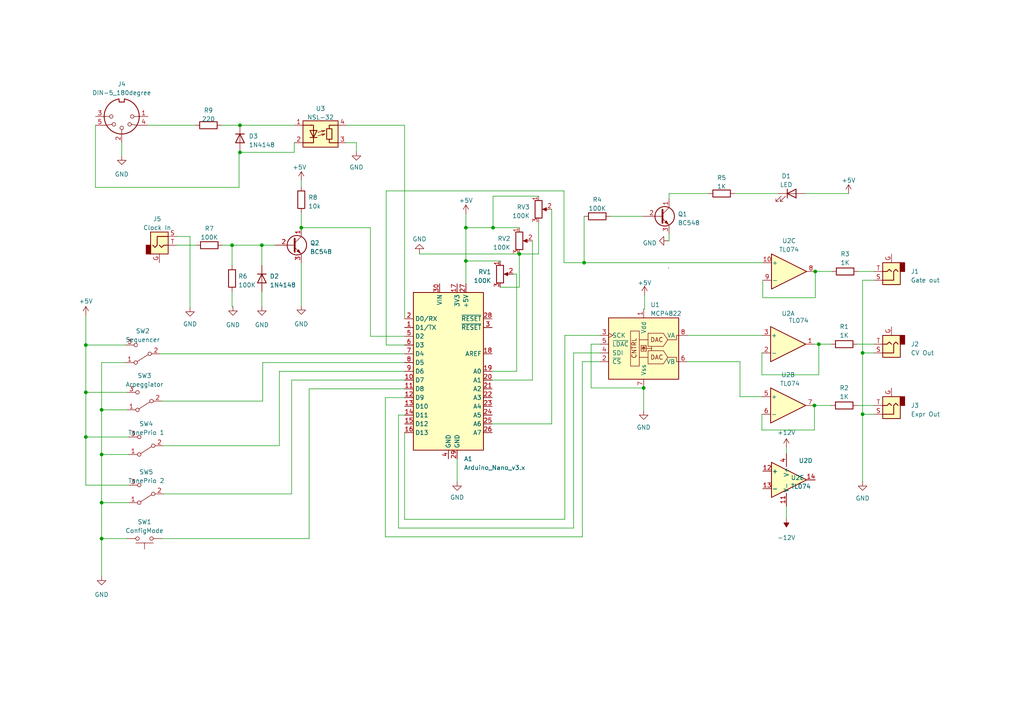
<source format=kicad_sch>
(kicad_sch (version 20230121) (generator eeschema)
  (paper "A4")
  (lib_symbols
    (symbol "Amplifier_Operational:TL074" (pin_names (offset 0.127))
      (property "Reference" "U" (at 0 5.08 0))
      (property "Value" "TL074" (at 0 -5.08 0))
      (symbol "TL074_1_1"
        (polyline (pts (xy -5.08 5.08) (xy 5.08 0) (xy -5.08 -5.08) (xy -5.08 5.08)) (stroke (width 0.254)) (fill (type background)))
        (pin output line (at 7.62 0 180) (length 2.54) (name "~") (number "1"))
        (pin input line (at -7.62 -2.54 0) (length 2.54) (name "-") (number "2"))
        (pin input line (at -7.62 2.54 0) (length 2.54) (name "+") (number "3"))
      )
      (symbol "TL074_2_1"
        (polyline (pts (xy -5.08 5.08) (xy 5.08 0) (xy -5.08 -5.08) (xy -5.08 5.08)) (stroke (width 0.254)) (fill (type background)))
        (pin input line (at -7.62 2.54 0) (length 2.54) (name "+") (number "5"))
        (pin input line (at -7.62 -2.54 0) (length 2.54) (name "-") (number "6"))
        (pin output line (at 7.62 0 180) (length 2.54) (name "~") (number "7"))
      )
      (symbol "TL074_3_1"
        (polyline (pts (xy -5.08 5.08) (xy 5.08 0) (xy -5.08 -5.08) (xy -5.08 5.08)) (stroke (width 0.254)) (fill (type background)))
        (pin input line (at -7.62 2.54 0) (length 2.54) (name "+") (number "10"))
        (pin output line (at 7.62 0 180) (length 2.54) (name "~") (number "8"))
        (pin input line (at -7.62 -2.54 0) (length 2.54) (name "-") (number "9"))
      )
      (symbol "TL074_4_1"
        (polyline (pts (xy -5.08 5.08) (xy 5.08 0) (xy -5.08 -5.08) (xy -5.08 5.08)) (stroke (width 0.254)) (fill (type background)))
        (pin input line (at -7.62 2.54 0) (length 2.54) (name "+") (number "12"))
        (pin input line (at -7.62 -2.54 0) (length 2.54) (name "-") (number "13"))
        (pin output line (at 7.62 0 180) (length 2.54) (name "~") (number "14"))
      )
      (symbol "TL074_5_1"
        (pin power_in line (at -2.54 -7.62 90) (length 3.81) (name "V-") (number "11"))
        (pin power_in line (at -2.54 7.62 270) (length 3.81) (name "V+") (number "4"))
      )
    )
    (symbol "Analog_DAC:MCP4822" (pin_names (offset 1.016))
      (property "Reference" "U" (at -2.54 10.795 0))
      (property "Value" "MCP4822" (at -2.54 8.89 0))
      (symbol "MCP4822_0_0"
        (polyline (pts (xy 0 -1.778) (xy 0 -0.635)))
        (polyline (pts (xy 0.381 -0.889) (xy 0.508 -0.762)))
        (polyline (pts (xy 2.286 -1.143) (xy 2.286 -1.905)))
        (polyline (pts (xy 0.381 -0.889) (xy -0.381 -0.889) (xy -0.508 -1.016)))
        (polyline (pts (xy 0.762 -1.27) (xy 2.286 -1.27) (xy 2.286 -0.762)))
        (polyline (pts (xy 0 -0.889) (xy 0.508 -1.397) (xy -0.508 -1.397) (xy 0 -0.889)))
        (polyline (pts (xy 6.985 -3.81) (xy 9.525 -3.81) (xy 9.525 -5.08) (xy 10.16 -5.08)))
        (polyline (pts (xy 6.985 1.27) (xy 9.525 1.27) (xy 9.525 2.54) (xy 10.16 2.54)))
        (rectangle (start 0.762 -0.381) (end -0.762 -2.032))
        (text "CNTRL" (at -2.032 -4.191 900) (effects (font (size 1.27 1.27)) (justify left bottom)))
        (text "DAC" (at 3.81 -3.81 0) (effects (font (size 1.27 1.27))))
        (text "DAC" (at 3.81 1.27 0) (effects (font (size 1.27 1.27))))
      )
      (symbol "MCP4822_0_1"
        (rectangle (start -10.16 7.62) (end 10.16 -10.16) (stroke (width 0.254)) (fill (type background)))
        (rectangle (start -1.27 -6.35) (end -3.81 3.81))
        (polyline (pts (xy 1.27 -3.81) (xy -1.27 -3.81)))
        (polyline (pts (xy 1.27 1.27) (xy -1.27 1.27)))
        (polyline (pts (xy 6.985 -3.81) (xy 5.715 -1.905) (xy 1.27 -1.905) (xy 1.27 -5.715) (xy 5.715 -5.715) (xy 6.985 -3.81)))
        (polyline (pts (xy 6.985 1.27) (xy 5.715 3.175) (xy 1.27 3.175) (xy 1.27 -0.635) (xy 5.715 -0.635) (xy 6.985 1.27)))
      )
      (symbol "MCP4822_1_1"
        (pin power_in line (at 0 10.16 270) (length 2.54) (name "Vdd") (number "1"))
        (pin input line (at -12.7 -5.08 0) (length 2.54) (name "~{CS}") (number "2"))
        (pin input clock (at -12.7 2.54 0) (length 2.54) (name "SCK") (number "3"))
        (pin input line (at -12.7 -2.54 0) (length 2.54) (name "SDI") (number "4"))
        (pin input line (at -12.7 0 0) (length 2.54) (name "~{LDAC}") (number "5"))
        (pin output line (at 12.7 -5.08 180) (length 2.54) (name "VB") (number "6"))
        (pin power_in line (at 0 -12.7 90) (length 2.54) (name "Vss") (number "7"))
        (pin output line (at 12.7 2.54 180) (length 2.54) (name "VA") (number "8"))
      )
    )
    (symbol "Connector:DIN-5_180degree" (pin_names (offset 1.016))
      (property "Reference" "J" (at 3.175 5.715 0))
      (property "Value" "DIN-5_180degree" (at 0 -6.35 0))
      (symbol "DIN-5_180degree_0_1"
        (arc (start -5.08 0) (mid -3.8609 -3.3364) (end -0.762 -5.08) (stroke (width 0.254)))
        (circle (center -3.048 0) (radius 0.508))
        (circle (center -2.286 2.286) (radius 0.508))
        (polyline (pts (xy -5.08 0) (xy -3.556 0)))
        (polyline (pts (xy 0 5.08) (xy 0 3.81)))
        (polyline (pts (xy 5.08 0) (xy 3.556 0)))
        (polyline (pts (xy -5.08 2.54) (xy -4.318 2.54) (xy -2.794 2.286)))
        (polyline (pts (xy 5.08 2.54) (xy 4.318 2.54) (xy 2.794 2.286)))
        (polyline (pts (xy -0.762 -4.953) (xy -0.762 -4.191) (xy 0.762 -4.191) (xy 0.762 -4.953)) (stroke (width 0.254)))
        (circle (center 0 3.302) (radius 0.508))
        (arc (start 0.762 -5.08) (mid 3.8685 -3.343) (end 5.08 0) (stroke (width 0.254)))
        (circle (center 2.286 2.286) (radius 0.508))
        (circle (center 3.048 0) (radius 0.508))
        (arc (start 5.08 0) (mid 0 5.0579) (end -5.08 0) (stroke (width 0.254)))
      )
      (symbol "DIN-5_180degree_1_1"
        (pin passive line (at -7.62 0 0) (length 2.54) (name "~") (number "1"))
        (pin passive line (at 0 7.62 270) (length 2.54) (name "~") (number "2"))
        (pin passive line (at 7.62 0 180) (length 2.54) (name "~") (number "3"))
        (pin passive line (at -7.62 2.54 0) (length 2.54) (name "~") (number "4"))
        (pin passive line (at 7.62 2.54 180) (length 2.54) (name "~") (number "5"))
      )
    )
    (symbol "Connector_Audio:AudioJack2_Ground"
      (property "Reference" "J" (at 0 8.89 0))
      (property "Value" "AudioJack2_Ground" (at 0 6.35 0))
      (symbol "AudioJack2_Ground_0_1"
        (rectangle (start -2.54 -2.54) (end -3.81 0) (stroke (width 0.254)) (fill (type outline)))
        (polyline (pts (xy 0 0) (xy 0.635 -0.635) (xy 1.27 0) (xy 2.54 0)) (stroke (width 0.254)))
        (polyline (pts (xy 2.54 2.54) (xy -0.635 2.54) (xy -0.635 0) (xy -1.27 -0.635) (xy -1.905 0)) (stroke (width 0.254)))
        (rectangle (start 2.54 3.81) (end -2.54 -2.54) (stroke (width 0.254)) (fill (type background)))
      )
      (symbol "AudioJack2_Ground_1_1"
        (pin passive line (at 0 -5.08 90) (length 2.54) (name "~") (number "G"))
        (pin passive line (at 5.08 2.54 180) (length 2.54) (name "~") (number "S"))
        (pin passive line (at 5.08 0 180) (length 2.54) (name "~") (number "T"))
      )
    )
    (symbol "Device:LED" (pin_numbers hide) (pin_names (offset 1.016) hide)
      (property "Reference" "D" (at 0 2.54 0))
      (property "Value" "LED" (at 0 -2.54 0))
      (symbol "LED_0_1"
        (polyline (pts (xy -1.27 -1.27) (xy -1.27 1.27)) (stroke (width 0.254)))
        (polyline (pts (xy -1.27 0) (xy 1.27 0)))
        (polyline (pts (xy 1.27 -1.27) (xy 1.27 1.27) (xy -1.27 0) (xy 1.27 -1.27)) (stroke (width 0.254)))
        (polyline (pts (xy -3.048 -0.762) (xy -4.572 -2.286) (xy -3.81 -2.286) (xy -4.572 -2.286) (xy -4.572 -1.524)))
        (polyline (pts (xy -1.778 -0.762) (xy -3.302 -2.286) (xy -2.54 -2.286) (xy -3.302 -2.286) (xy -3.302 -1.524)))
      )
      (symbol "LED_1_1"
        (pin passive line (at -3.81 0 0) (length 2.54) (name "K") (number "1"))
        (pin passive line (at 3.81 0 180) (length 2.54) (name "A") (number "2"))
      )
    )
    (symbol "Device:R" (pin_numbers hide) (pin_names (offset 0))
      (property "Reference" "R" (at 2.032 0 90))
      (property "Value" "R" (at 0 0 90))
      (symbol "R_0_1"
        (rectangle (start -1.016 -2.54) (end 1.016 2.54) (stroke (width 0.254)))
      )
      (symbol "R_1_1"
        (pin passive line (at 0 3.81 270) (length 1.27) (name "~") (number "1"))
        (pin passive line (at 0 -3.81 90) (length 1.27) (name "~") (number "2"))
      )
    )
    (symbol "Device:R_Potentiometer" (pin_names (offset 1.016) hide)
      (property "Reference" "RV" (at -4.445 0 90))
      (property "Value" "R_Potentiometer" (at -2.54 0 90))
      (symbol "R_Potentiometer_0_1"
        (polyline (pts (xy 2.54 0) (xy 1.524 0)))
        (polyline (pts (xy 1.143 0) (xy 2.286 0.508) (xy 2.286 -0.508) (xy 1.143 0)) (fill (type outline)))
        (rectangle (start 1.016 2.54) (end -1.016 -2.54) (stroke (width 0.254)))
      )
      (symbol "R_Potentiometer_1_1"
        (pin passive line (at 0 3.81 270) (length 1.27) (name "1") (number "1"))
        (pin passive line (at 3.81 0 180) (length 1.27) (name "2") (number "2"))
        (pin passive line (at 0 -3.81 90) (length 1.27) (name "3") (number "3"))
      )
    )
    (symbol "Diode:1N4148" (pin_numbers hide) (pin_names hide)
      (property "Reference" "D" (at 0 2.54 0))
      (property "Value" "1N4148" (at 0 -2.54 0))
      (symbol "1N4148_0_1"
        (polyline (pts (xy -1.27 1.27) (xy -1.27 -1.27)) (stroke (width 0.254)))
        (polyline (pts (xy 1.27 0) (xy -1.27 0)))
        (polyline (pts (xy 1.27 1.27) (xy 1.27 -1.27) (xy -1.27 0) (xy 1.27 1.27)) (stroke (width 0.254)))
      )
      (symbol "1N4148_1_1"
        (pin passive line (at -3.81 0 0) (length 2.54) (name "K") (number "1"))
        (pin passive line (at 3.81 0 180) (length 2.54) (name "A") (number "2"))
      )
    )
    (symbol "Isolator:NSL-32" (pin_names (offset 0.762) hide)
      (property "Reference" "U" (at 0 5.08 0))
      (property "Value" "NSL-32" (at 0 -5.08 0))
      (symbol "NSL-32_0_1"
        (rectangle (start -5.08 3.81) (end 5.08 -3.81) (stroke (width 0.254)) (fill (type background)))
        (polyline (pts (xy -5.08 2.54) (xy -2.54 2.54)) (stroke (width 0.254)))
        (polyline (pts (xy -2.794 -2.54) (xy -5.08 -2.54)) (stroke (width 0.254)))
        (polyline (pts (xy -1.016 -1.016) (xy -3.048 -1.016) (xy -3.048 -1.016)) (stroke (width 0.254)))
        (polyline (pts (xy -0.762 -0.508) (xy 1.27 0) (xy 1.27 0)))
        (polyline (pts (xy -0.762 0.508) (xy 1.27 1.016) (xy 1.27 1.016)))
        (polyline (pts (xy 2.54 -1.524) (xy 2.54 -2.54) (xy 5.08 -2.54)) (stroke (width 0.254)))
        (polyline (pts (xy 2.54 1.524) (xy 2.54 2.54) (xy 5.08 2.54)) (stroke (width 0.254)))
        (polyline (pts (xy -2.794 -2.54) (xy -2.032 -2.54) (xy -2.032 2.54) (xy -2.794 2.54)) (stroke (width 0.254)))
        (polyline (pts (xy 0.254 0) (xy 1.27 0) (xy 0.508 -0.508) (xy 0.508 -0.508)))
        (polyline (pts (xy 0.254 1.016) (xy 1.27 1.016) (xy 0.508 0.508) (xy 0.508 0.508)))
        (polyline (pts (xy -1.016 1.016) (xy -3.048 1.016) (xy -2.032 -1.016) (xy -1.016 1.016) (xy -1.016 1.016) (xy -1.016 1.016)) (stroke (width 0.254)))
        (rectangle (start 1.778 1.524) (end 3.302 -1.524) (stroke (width 0.254)))
      )
      (symbol "NSL-32_1_1"
        (pin passive line (at -7.62 2.54 0) (length 2.54) (name "A") (number "1"))
        (pin passive line (at -7.62 -2.54 0) (length 2.54) (name "K") (number "2"))
        (pin passive line (at 7.62 -2.54 180) (length 2.54) (name "R") (number "3"))
        (pin passive line (at 7.62 2.54 180) (length 2.54) (name "R") (number "4"))
      )
    )
    (symbol "MCU_Module:Arduino_Nano_v3.x"
      (property "Reference" "A" (at -10.16 23.495 0))
      (property "Value" "Arduino_Nano_v3.x" (at 5.08 -24.13 0))
      (symbol "Arduino_Nano_v3.x_0_1"
        (rectangle (start -10.16 22.86) (end 10.16 -22.86) (stroke (width 0.254)) (fill (type background)))
      )
      (symbol "Arduino_Nano_v3.x_1_1"
        (pin bidirectional line (at -12.7 12.7 0) (length 2.54) (name "D1/TX") (number "1"))
        (pin bidirectional line (at -12.7 -2.54 0) (length 2.54) (name "D7") (number "10"))
        (pin bidirectional line (at -12.7 -5.08 0) (length 2.54) (name "D8") (number "11"))
        (pin bidirectional line (at -12.7 -7.62 0) (length 2.54) (name "D9") (number "12"))
        (pin bidirectional line (at -12.7 -10.16 0) (length 2.54) (name "D10") (number "13"))
        (pin bidirectional line (at -12.7 -12.7 0) (length 2.54) (name "D11") (number "14"))
        (pin bidirectional line (at -12.7 -15.24 0) (length 2.54) (name "D12") (number "15"))
        (pin bidirectional line (at -12.7 -17.78 0) (length 2.54) (name "D13") (number "16"))
        (pin power_out line (at 2.54 25.4 270) (length 2.54) (name "3V3") (number "17"))
        (pin input line (at 12.7 5.08 180) (length 2.54) (name "AREF") (number "18"))
        (pin bidirectional line (at 12.7 0 180) (length 2.54) (name "A0") (number "19"))
        (pin bidirectional line (at -12.7 15.24 0) (length 2.54) (name "D0/RX") (number "2"))
        (pin bidirectional line (at 12.7 -2.54 180) (length 2.54) (name "A1") (number "20"))
        (pin bidirectional line (at 12.7 -5.08 180) (length 2.54) (name "A2") (number "21"))
        (pin bidirectional line (at 12.7 -7.62 180) (length 2.54) (name "A3") (number "22"))
        (pin bidirectional line (at 12.7 -10.16 180) (length 2.54) (name "A4") (number "23"))
        (pin bidirectional line (at 12.7 -12.7 180) (length 2.54) (name "A5") (number "24"))
        (pin bidirectional line (at 12.7 -15.24 180) (length 2.54) (name "A6") (number "25"))
        (pin bidirectional line (at 12.7 -17.78 180) (length 2.54) (name "A7") (number "26"))
        (pin power_out line (at 5.08 25.4 270) (length 2.54) (name "+5V") (number "27"))
        (pin input line (at 12.7 15.24 180) (length 2.54) (name "~{RESET}") (number "28"))
        (pin power_in line (at 2.54 -25.4 90) (length 2.54) (name "GND") (number "29"))
        (pin input line (at 12.7 12.7 180) (length 2.54) (name "~{RESET}") (number "3"))
        (pin power_in line (at -2.54 25.4 270) (length 2.54) (name "VIN") (number "30"))
        (pin power_in line (at 0 -25.4 90) (length 2.54) (name "GND") (number "4"))
        (pin bidirectional line (at -12.7 10.16 0) (length 2.54) (name "D2") (number "5"))
        (pin bidirectional line (at -12.7 7.62 0) (length 2.54) (name "D3") (number "6"))
        (pin bidirectional line (at -12.7 5.08 0) (length 2.54) (name "D4") (number "7"))
        (pin bidirectional line (at -12.7 2.54 0) (length 2.54) (name "D5") (number "8"))
        (pin bidirectional line (at -12.7 0 0) (length 2.54) (name "D6") (number "9"))
      )
    )
    (symbol "Switch:SW_Push" (pin_numbers hide) (pin_names (offset 1.016) hide)
      (property "Reference" "SW" (at 1.27 2.54 0))
      (property "Value" "SW_Push" (at 0 -1.524 0))
      (symbol "SW_Push_0_1"
        (circle (center -2.032 0) (radius 0.508))
        (polyline (pts (xy 0 1.27) (xy 0 3.048)))
        (polyline (pts (xy 2.54 1.27) (xy -2.54 1.27)))
        (circle (center 2.032 0) (radius 0.508))
        (pin passive line (at -5.08 0 0) (length 2.54) (name "1") (number "1"))
        (pin passive line (at 5.08 0 180) (length 2.54) (name "2") (number "2"))
      )
    )
    (symbol "Switch:SW_SPDT" (pin_names (offset 0) hide)
      (property "Reference" "SW" (at 0 4.318 0))
      (property "Value" "SW_SPDT" (at 0 -5.08 0))
      (symbol "SW_SPDT_0_0"
        (circle (center -2.032 0) (radius 0.508))
        (circle (center 2.032 -2.54) (radius 0.508))
      )
      (symbol "SW_SPDT_0_1"
        (polyline (pts (xy -1.524 0.254) (xy 1.651 2.286)))
        (circle (center 2.032 2.54) (radius 0.508))
      )
      (symbol "SW_SPDT_1_1"
        (pin passive line (at 5.08 2.54 180) (length 2.54) (name "A") (number "1"))
        (pin passive line (at -5.08 0 0) (length 2.54) (name "B") (number "2"))
        (pin passive line (at 5.08 -2.54 180) (length 2.54) (name "C") (number "3"))
      )
    )
    (symbol "Transistor_BJT:BC548" (pin_names (offset 0) hide)
      (property "Reference" "Q" (at 5.08 1.905 0))
      (property "Value" "BC548" (at 5.08 0 0))
      (symbol "BC548_0_1"
        (polyline (pts (xy 0 0) (xy 0.635 0)))
        (polyline (pts (xy 0.635 0.635) (xy 2.54 2.54)))
        (polyline (pts (xy 0.635 -0.635) (xy 2.54 -2.54) (xy 2.54 -2.54)))
        (polyline (pts (xy 0.635 1.905) (xy 0.635 -1.905) (xy 0.635 -1.905)) (stroke (width 0.508)))
        (polyline (pts (xy 1.27 -1.778) (xy 1.778 -1.27) (xy 2.286 -2.286) (xy 1.27 -1.778) (xy 1.27 -1.778)) (fill (type outline)))
        (circle (center 1.27 0) (radius 2.8194) (stroke (width 0.254)))
      )
      (symbol "BC548_1_1"
        (pin passive line (at 2.54 5.08 270) (length 2.54) (name "C") (number "1"))
        (pin input line (at -5.08 0 0) (length 5.08) (name "B") (number "2"))
        (pin passive line (at 2.54 -5.08 90) (length 2.54) (name "E") (number "3"))
      )
    )
    (symbol "power:+12V" (power) (pin_names (offset 0))
      (property "Value" "+12V" (at 0 3.556 0))
      (symbol "+12V_0_1"
        (polyline (pts (xy -0.762 1.27) (xy 0 2.54)))
        (polyline (pts (xy 0 0) (xy 0 2.54)))
        (polyline (pts (xy 0 2.54) (xy 0.762 1.27)))
      )
      (symbol "+12V_1_1"
        (pin power_in line (at 0 0 90) (length 0) hide (name "+12V") (number "1"))
      )
    )
    (symbol "power:+5V" (power) (pin_names (offset 0))
      (property "Value" "+5V" (at 0 3.556 0))
      (symbol "+5V_0_1"
        (polyline (pts (xy -0.762 1.27) (xy 0 2.54)))
        (polyline (pts (xy 0 0) (xy 0 2.54)))
        (polyline (pts (xy 0 2.54) (xy 0.762 1.27)))
      )
      (symbol "+5V_1_1"
        (pin power_in line (at 0 0 90) (length 0) hide (name "+5V") (number "1"))
      )
    )
    (symbol "power:-12V" (power) (pin_names (offset 0))
      (property "Value" "-12V" (at 0 3.81 0))
      (symbol "-12V_0_0"
        (pin power_in line (at 0 0 90) (length 0) hide (name "-12V") (number "1"))
      )
      (symbol "-12V_0_1"
        (polyline (pts (xy 0 0) (xy 0 1.27) (xy 0.762 1.27) (xy 0 2.54) (xy -0.762 1.27) (xy 0 1.27)) (fill (type outline)))
      )
    )
    (symbol "power:GND" (power) (pin_names (offset 0))
      (property "Value" "GND" (at 0 -3.81 0))
      (symbol "GND_0_1"
        (polyline (pts (xy 0 0) (xy 0 -1.27) (xy 1.27 -1.27) (xy 0 -2.54) (xy -1.27 -1.27) (xy 0 -1.27)))
      )
      (symbol "GND_1_1"
        (pin power_in line (at 0 0 270) (length 0) hide (name "GND") (number "1"))
      )
    )
  )
  (junction (at 150.622 73.66))
  (junction (at 135.128 66.04))
  (junction (at 169.418 76.2))
  (junction (at 29.464 156.21))
  (junction (at 143.002 66.04))
  (junction (at 24.892 100.076))
  (junction (at 87.376 66.04))
  (junction (at 24.892 126.746))
  (junction (at 236.22 117.602))
  (junction (at 237.49 99.822))
  (junction (at 250.19 120.142))
  (junction (at 135.128 75.692))
  (junction (at 69.596 36.322))
  (junction (at 69.596 44.196))
  (junction (at 250.19 102.362))
  (junction (at 29.464 145.796))
  (junction (at 186.69 112.522))
  (junction (at 29.464 118.872))
  (junction (at 67.31 71.12))
  (junction (at 29.464 131.826))
  (junction (at 236.474 78.74))
  (junction (at 24.892 113.792))
  (junction (at 75.946 71.12))
  (wire (pts (xy 193.802 77.724) (xy 194.056 77.724)))
  (wire (pts (xy 51.308 68.58) (xy 55.118 68.58)))
  (wire (pts (xy 166.37 102.362) (xy 173.99 102.362)))
  (wire (pts (xy 85.344 44.196) (xy 85.344 41.402)))
  (wire (pts (xy 84.582 143.256) (xy 84.582 110.236)))
  (wire (pts (xy 186.944 85.598) (xy 186.944 89.662)))
  (wire (pts (xy 117.348 115.316) (xy 111.76 115.316)))
  (wire (pts (xy 163.576 76.2) (xy 169.418 76.2)))
  (wire (pts (xy 67.31 88.9) (xy 67.564 88.9)))
  (wire (pts (xy 27.686 54.356) (xy 69.342 54.356)))
  (wire (pts (xy 228.092 129.794) (xy 228.092 131.572)))
  (wire (pts (xy 36.83 118.872) (xy 29.464 118.872)))
  (wire (pts (xy 233.426 56.134) (xy 246.126 56.134)))
  (wire (pts (xy 194.056 67.818) (xy 194.056 69.85)))
  (wire (pts (xy 87.376 61.722) (xy 87.376 66.04)))
  (wire (pts (xy 236.22 99.822) (xy 237.49 99.822)))
  (wire (pts (xy 248.666 99.822) (xy 253.492 99.822)))
  (wire (pts (xy 89.662 156.21) (xy 89.662 112.776)))
  (wire (pts (xy 112.014 55.372) (xy 112.014 100.076)))
  (wire (pts (xy 135.128 75.692) (xy 135.128 66.04)))
  (wire (pts (xy 75.946 71.12) (xy 75.946 76.962)))
  (wire (pts (xy 199.39 104.902) (xy 214.63 104.902)))
  (wire (pts (xy 37.338 140.716) (xy 24.892 140.716)))
  (wire (pts (xy 85.344 36.322) (xy 69.596 36.322)))
  (wire (pts (xy 241.3 78.74) (xy 236.474 78.74)))
  (wire (pts (xy 163.576 76.2) (xy 163.576 55.372)))
  (wire (pts (xy 64.262 36.322) (xy 69.596 36.322)))
  (wire (pts (xy 236.474 86.36) (xy 236.474 78.74)))
  (wire (pts (xy 135.128 75.692) (xy 145.034 75.692)))
  (wire (pts (xy 143.002 66.04) (xy 150.622 66.04)))
  (wire (pts (xy 112.014 100.076) (xy 117.348 100.076)))
  (wire (pts (xy 29.464 118.872) (xy 29.464 131.826)))
  (wire (pts (xy 163.83 97.282) (xy 173.99 97.282)))
  (wire (pts (xy 132.588 133.096) (xy 132.588 139.7)))
  (wire (pts (xy 241.046 99.822) (xy 237.49 99.822)))
  (wire (pts (xy 36.322 105.156) (xy 29.464 105.156)))
  (wire (pts (xy 112.014 55.372) (xy 163.576 55.372)))
  (wire (pts (xy 76.2 116.332) (xy 76.2 105.156)))
  (wire (pts (xy 117.348 120.396) (xy 115.57 120.396)))
  (wire (pts (xy 135.128 66.04) (xy 143.002 66.04)))
  (wire (pts (xy 194.056 56.134) (xy 205.486 56.134)))
  (wire (pts (xy 69.596 44.196) (xy 69.596 43.942)))
  (wire (pts (xy 213.106 56.134) (xy 225.806 56.134)))
  (wire (pts (xy 46.99 156.21) (xy 89.662 156.21)))
  (wire (pts (xy 121.666 73.66) (xy 150.622 73.66)))
  (wire (pts (xy 87.376 76.2) (xy 87.376 88.646)))
  (wire (pts (xy 169.418 76.2) (xy 221.234 76.2)))
  (wire (pts (xy 47.498 143.256) (xy 84.582 143.256)))
  (wire (pts (xy 171.45 99.822) (xy 171.45 112.522)))
  (wire (pts (xy 81.026 129.286) (xy 81.026 107.696)))
  (wire (pts (xy 228.092 146.812) (xy 228.092 150.368)))
  (wire (pts (xy 171.45 112.522) (xy 186.69 112.522)))
  (wire (pts (xy 24.892 140.716) (xy 24.892 126.746)))
  (wire (pts (xy 117.348 150.622) (xy 163.83 150.622)))
  (wire (pts (xy 81.026 107.696) (xy 117.348 107.696)))
  (wire (pts (xy 214.63 115.062) (xy 220.98 115.062)))
  (wire (pts (xy 107.442 66.04) (xy 87.376 66.04)))
  (wire (pts (xy 29.464 156.21) (xy 36.83 156.21)))
  (wire (pts (xy 121.666 73.66) (xy 121.666 73.406)))
  (wire (pts (xy 250.19 102.362) (xy 250.19 120.142)))
  (wire (pts (xy 100.584 41.402) (xy 103.378 41.402)))
  (wire (pts (xy 37.338 145.796) (xy 29.464 145.796)))
  (wire (pts (xy 103.378 41.402) (xy 103.378 43.942)))
  (wire (pts (xy 29.464 131.826) (xy 29.464 145.796)))
  (wire (pts (xy 220.98 124.714) (xy 220.98 120.142)))
  (wire (pts (xy 107.442 97.536) (xy 107.442 66.04)))
  (wire (pts (xy 248.666 117.602) (xy 253.492 117.602)))
  (wire (pts (xy 87.376 52.324) (xy 87.376 54.102)))
  (wire (pts (xy 36.322 100.076) (xy 24.892 100.076)))
  (wire (pts (xy 42.926 36.322) (xy 56.642 36.322)))
  (wire (pts (xy 154.432 110.236) (xy 142.748 110.236)))
  (wire (pts (xy 199.39 97.282) (xy 220.98 97.282)))
  (wire (pts (xy 150.622 73.66) (xy 150.622 83.312)))
  (wire (pts (xy 156.21 64.516) (xy 156.21 73.66)))
  (wire (pts (xy 69.342 54.356) (xy 69.342 44.196)))
  (wire (pts (xy 46.482 102.616) (xy 117.348 102.616)))
  (wire (pts (xy 221.234 86.36) (xy 236.474 86.36)))
  (wire (pts (xy 220.98 124.714) (xy 236.22 124.714)))
  (wire (pts (xy 169.418 62.738) (xy 169.418 76.2)))
  (wire (pts (xy 168.91 155.702) (xy 168.91 104.902)))
  (wire (pts (xy 24.892 113.792) (xy 24.892 100.076)))
  (wire (pts (xy 67.31 84.582) (xy 67.31 88.9)))
  (wire (pts (xy 47.498 129.286) (xy 81.026 129.286)))
  (wire (pts (xy 29.464 105.156) (xy 29.464 118.872)))
  (wire (pts (xy 115.57 120.396) (xy 115.57 153.162)))
  (wire (pts (xy 115.57 153.162) (xy 166.37 153.162)))
  (wire (pts (xy 236.22 124.714) (xy 236.22 117.602)))
  (wire (pts (xy 117.348 125.476) (xy 117.348 150.622)))
  (wire (pts (xy 253.492 81.28) (xy 250.19 81.28)))
  (wire (pts (xy 135.128 82.296) (xy 135.128 75.692)))
  (wire (pts (xy 37.338 126.746) (xy 24.892 126.746)))
  (wire (pts (xy 237.49 108.712) (xy 220.98 108.712)))
  (wire (pts (xy 253.492 102.362) (xy 250.19 102.362)))
  (wire (pts (xy 163.83 150.622) (xy 163.83 97.282)))
  (wire (pts (xy 253.492 120.142) (xy 250.19 120.142)))
  (wire (pts (xy 51.308 71.12) (xy 56.896 71.12)))
  (wire (pts (xy 186.69 89.662) (xy 186.944 89.662)))
  (wire (pts (xy 160.02 122.936) (xy 142.748 122.936)))
  (wire (pts (xy 145.034 83.312) (xy 150.622 83.312)))
  (wire (pts (xy 148.844 79.502) (xy 149.86 79.502)))
  (wire (pts (xy 221.234 86.36) (xy 221.234 81.28)))
  (wire (pts (xy 79.756 71.12) (xy 75.946 71.12)))
  (wire (pts (xy 36.83 113.792) (xy 24.892 113.792)))
  (wire (pts (xy 24.892 91.44) (xy 24.892 100.076)))
  (wire (pts (xy 214.63 104.902) (xy 214.63 115.062)))
  (wire (pts (xy 85.344 44.196) (xy 69.596 44.196)))
  (wire (pts (xy 67.31 71.12) (xy 67.31 76.962)))
  (wire (pts (xy 186.69 112.522) (xy 186.69 119.126)))
  (wire (pts (xy 156.21 56.896) (xy 143.002 56.896)))
  (wire (pts (xy 250.19 120.142) (xy 250.19 139.7)))
  (wire (pts (xy 220.98 108.712) (xy 220.98 102.362)))
  (wire (pts (xy 29.464 167.132) (xy 29.464 156.21)))
  (wire (pts (xy 111.76 115.316) (xy 111.76 155.702)))
  (wire (pts (xy 168.91 104.902) (xy 173.99 104.902)))
  (wire (pts (xy 250.19 81.28) (xy 250.19 102.362)))
  (wire (pts (xy 75.946 84.582) (xy 75.946 88.9)))
  (wire (pts (xy 117.348 36.322) (xy 100.584 36.322)))
  (wire (pts (xy 149.86 79.502) (xy 149.86 107.696)))
  (wire (pts (xy 117.348 112.776) (xy 89.662 112.776)))
  (wire (pts (xy 160.02 60.706) (xy 160.02 122.936)))
  (wire (pts (xy 143.002 56.896) (xy 143.002 66.04)))
  (wire (pts (xy 241.046 117.602) (xy 236.22 117.602)))
  (wire (pts (xy 117.348 36.322) (xy 117.348 92.456)))
  (wire (pts (xy 27.686 36.322) (xy 27.686 54.356)))
  (wire (pts (xy 24.892 126.746) (xy 24.892 113.792)))
  (wire (pts (xy 67.31 71.12) (xy 64.516 71.12)))
  (wire (pts (xy 173.99 99.822) (xy 171.45 99.822)))
  (wire (pts (xy 177.038 62.738) (xy 186.436 62.738)))
  (wire (pts (xy 29.464 145.796) (xy 29.464 156.21)))
  (wire (pts (xy 237.49 99.822) (xy 237.49 108.712)))
  (wire (pts (xy 135.128 66.04) (xy 135.128 61.976)))
  (wire (pts (xy 37.338 131.826) (xy 29.464 131.826)))
  (wire (pts (xy 69.342 44.196) (xy 69.596 44.196)))
  (wire (pts (xy 156.21 73.66) (xy 150.622 73.66)))
  (wire (pts (xy 75.946 71.12) (xy 67.31 71.12)))
  (wire (pts (xy 142.748 107.696) (xy 149.86 107.696)))
  (wire (pts (xy 35.306 41.402) (xy 35.306 45.212)))
  (wire (pts (xy 76.2 105.156) (xy 117.348 105.156)))
  (wire (pts (xy 84.582 110.236) (xy 117.348 110.236)))
  (wire (pts (xy 55.118 68.58) (xy 55.118 89.154)))
  (wire (pts (xy 194.056 56.134) (xy 194.056 57.658)))
  (wire (pts (xy 253.492 78.74) (xy 248.92 78.74)))
  (wire (pts (xy 46.99 116.332) (xy 76.2 116.332)))
  (wire (pts (xy 107.442 97.536) (xy 117.348 97.536)))
  (wire (pts (xy 111.76 155.702) (xy 168.91 155.702)))
  (wire (pts (xy 154.432 69.85) (xy 154.432 110.236)))
  (wire (pts (xy 166.37 153.162) (xy 166.37 102.362)))
  (wire (pts (xy 194.056 69.85) (xy 193.802 69.85)))
  (symbol (lib_id "Device:R") (at 244.856 99.822 90) (unit 1)
    (property "Reference" "R1" (at 244.856 94.742 90))
    (property "Value" "1K" (at 244.856 97.282 90))
  )
  (symbol (lib_id "Device:R") (at 60.452 36.322 90) (unit 1)
    (property "Reference" "R9" (at 60.452 32.004 90))
    (property "Value" "220" (at 60.452 34.544 90))
  )
  (symbol (lib_id "power:GND") (at 250.19 139.7 0) (unit 1)
    (property "Reference" "#PWR018" (effects hide))
    (property "Value" "GND" (at 250.19 144.526 0))
  )
  (symbol (lib_id "Switch:SW_SPDT") (at 42.418 129.286 180) (unit 1)
    (property "Reference" "SW4" (at 42.418 122.936 0))
    (property "Value" "TonePrio 1" (at 42.418 125.476 0))
  )
  (symbol (lib_id "power:GND") (at 132.588 139.7 0) (unit 1)
    (property "Reference" "#PWR011" (effects hide))
    (property "Value" "GND" (at 132.588 144.272 0))
  )
  (symbol (lib_id "Isolator:NSL-32") (at 92.964 38.862 0) (unit 1)
    (property "Reference" "U3" (at 92.964 31.496 0))
    (property "Value" "NSL-32" (at 92.964 34.036 0))
    (property "Footprint" "OptoDevice:Luna_NSL-32" (effects hide))
    (property "Datasheet" "http://lunainc.com/wp-content/uploads/2016/06/NSL-32.pdf" (effects hide))
  )
  (symbol (lib_id "Connector_Audio:AudioJack2_Ground") (at 258.572 117.602 180) (unit 1)
    (property "Reference" "J3" (at 264.16 117.602 0) (effects (justify right)))
    (property "Value" "Expr Out" (at 264.16 120.142 0) (effects (justify right)))
  )
  (symbol (lib_id "Diode:1N4148") (at 75.946 80.772 270) (unit 1)
    (property "Reference" "D2" (at 78.232 80.137 90) (effects (justify left)))
    (property "Value" "1N4148" (at 78.232 82.677 90) (effects (justify left)))
    (property "Footprint" "Diode_THT:D_DO-35_SOD27_P7.62mm_Horizontal" (effects hide))
    (property "Datasheet" "https://assets.nexperia.com/documents/data-sheet/1N4148_1N4448.pdf" (effects hide))
    (property "Sim.Device" "D" (effects hide))
    (property "Sim.Pins" "1=K 2=A" (effects hide))
  )
  (symbol (lib_id "Device:R") (at 245.11 78.74 90) (unit 1)
    (property "Reference" "R3" (at 245.11 73.66 90))
    (property "Value" "1K" (at 245.11 76.2 90))
  )
  (symbol (lib_id "Device:R_Potentiometer") (at 156.21 60.706 0) (unit 1)
    (property "Reference" "RV3" (at 153.67 60.071 0) (effects (justify right)))
    (property "Value" "100K" (at 153.67 62.611 0) (effects (justify right)))
  )
  (symbol (lib_id "Amplifier_Operational:TL074") (at 228.6 117.602 0) (unit 2)
    (property "Reference" "U2" (at 228.6 108.712 0))
    (property "Value" "TL074" (at 229.108 111.252 0))
    (property "Datasheet" "http://www.ti.com/lit/ds/symlink/tl071.pdf" (effects hide))
  )
  (symbol (lib_id "Device:R") (at 209.296 56.134 90) (unit 1)
    (property "Reference" "R5" (at 209.296 51.562 90))
    (property "Value" "1K" (at 209.296 54.102 90))
  )
  (symbol (lib_id "power:GND") (at 67.564 88.9 0) (unit 1)
    (property "Reference" "#PWR05" (effects hide))
    (property "Value" "GND" (at 67.564 94.234 0))
  )
  (symbol (lib_id "power:GND") (at 35.306 45.212 0) (unit 1)
    (property "Reference" "#PWR015" (effects hide))
    (property "Value" "GND" (at 35.306 50.546 0))
  )
  (symbol (lib_id "power:+5V") (at 135.128 61.976 0) (unit 1)
    (property "Reference" "#PWR010" (effects hide))
    (property "Value" "+5V" (at 135.128 58.166 0))
  )
  (symbol (lib_id "power:+5V") (at 87.376 52.324 0) (unit 1)
    (property "Reference" "#PWR07" (effects hide))
    (property "Value" "+5V" (at 86.868 48.514 0))
  )
  (symbol (lib_id "Amplifier_Operational:TL074") (at 228.854 78.74 0) (unit 3)
    (property "Reference" "U2" (at 228.854 69.85 0))
    (property "Value" "TL074" (at 228.854 72.39 0))
    (property "Datasheet" "http://www.ti.com/lit/ds/symlink/tl071.pdf" (effects hide))
  )
  (symbol (lib_id "Connector_Audio:AudioJack2_Ground") (at 258.572 99.822 180) (unit 1)
    (property "Reference" "J2" (at 264.16 99.822 0) (effects (justify right)))
    (property "Value" "CV Out" (at 264.16 102.362 0) (effects (justify right)))
  )
  (symbol (lib_id "Device:R") (at 67.31 80.772 0) (unit 1)
    (property "Reference" "R6" (at 69.088 80.137 0) (effects (justify left)))
    (property "Value" "100K" (at 69.088 82.677 0) (effects (justify left)))
  )
  (symbol (lib_id "power:GND") (at 103.378 43.942 0) (unit 1)
    (property "Reference" "#PWR013" (effects hide))
    (property "Value" "GND" (at 103.378 48.514 0))
  )
  (symbol (lib_id "power:GND") (at 186.69 119.126 0) (unit 1)
    (property "Reference" "#PWR08" (effects hide))
    (property "Value" "GND" (at 186.69 123.952 0))
  )
  (symbol (lib_id "Transistor_BJT:BC548") (at 84.836 71.12 0) (unit 1)
    (property "Reference" "Q2" (at 89.916 70.485 0) (effects (justify left)))
    (property "Value" "BC548" (at 89.916 73.025 0) (effects (justify left)))
    (property "Footprint" "Package_TO_SOT_THT:TO-92_Inline" (effects hide))
    (property "Datasheet" "https://www.onsemi.com/pub/Collateral/BC550-D.pdf" (effects hide))
  )
  (symbol (lib_id "MCU_Module:Arduino_Nano_v3.x") (at 130.048 107.696 0) (unit 1)
    (property "Reference" "A1" (at 134.5439 133.096 0) (effects (justify left)))
    (property "Value" "Arduino_Nano_v3.x" (at 134.5439 135.636 0) (effects (justify left)))
    (property "Footprint" "Module:Arduino_Nano" (effects hide))
    (property "Datasheet" "http://www.mouser.com/pdfdocs/Gravitech_Arduino_Nano3_0.pdf" (effects hide))
  )
  (symbol (lib_id "Amplifier_Operational:TL074") (at 228.6 99.822 0) (unit 1)
    (property "Reference" "U2" (at 228.6 90.932 0))
    (property "Value" "TL074" (at 231.648 92.964 0))
    (property "Datasheet" "http://www.ti.com/lit/ds/symlink/tl071.pdf" (effects hide))
  )
  (symbol (lib_id "Connector_Audio:AudioJack2_Ground") (at 258.572 78.74 180) (unit 1)
    (property "Reference" "J1" (at 264.16 78.74 0) (effects (justify right)))
    (property "Value" "Gate out" (at 264.16 81.28 0) (effects (justify right)))
  )
  (symbol (lib_id "power:-12V") (at 228.092 150.368 180) (unit 1)
    (property "Reference" "#PWR017" (effects hide))
    (property "Value" "-12V" (at 228.092 155.956 0))
  )
  (symbol (lib_id "Device:R") (at 60.706 71.12 90) (unit 1)
    (property "Reference" "R7" (at 60.706 66.294 90))
    (property "Value" "100K" (at 60.706 68.834 90))
  )
  (symbol (lib_id "power:GND") (at 87.376 88.646 0) (unit 1)
    (property "Reference" "#PWR03" (effects hide))
    (property "Value" "GND" (at 87.376 93.98 0))
  )
  (symbol (lib_id "power:GND") (at 75.946 88.9 0) (unit 1)
    (property "Reference" "#PWR06" (effects hide))
    (property "Value" "GND" (at 75.946 94.234 0))
  )
  (symbol (lib_id "Connector_Audio:AudioJack2_Ground") (at 46.228 71.12 0) (unit 1)
    (property "Reference" "J5" (at 45.593 63.5 0))
    (property "Value" "Clock In" (at 45.593 66.04 0))
  )
  (symbol (lib_id "Connector:DIN-5_180degree") (at 35.306 33.782 180) (unit 1)
    (property "Reference" "J4" (at 35.3059 24.384 0))
    (property "Value" "DIN-5_180degree" (at 35.3059 26.924 0))
    (property "Datasheet" "http://www.mouser.com/ds/2/18/40_c091_abd_e-75918.pdf" (effects hide))
  )
  (symbol (lib_id "power:+5V") (at 24.892 91.44 0) (unit 1)
    (property "Reference" "#PWR014" (effects hide))
    (property "Value" "+5V" (at 24.892 87.376 0))
  )
  (symbol (lib_id "Switch:SW_SPDT") (at 42.418 143.256 180) (unit 1)
    (property "Reference" "SW5" (at 42.418 136.906 0))
    (property "Value" "TonePrio 2" (at 42.418 139.446 0))
  )
  (symbol (lib_id "Switch:SW_SPDT") (at 41.91 116.332 180) (unit 1)
    (property "Reference" "SW3" (at 41.91 108.966 0))
    (property "Value" "Arpeggiator" (at 41.91 111.506 0))
  )
  (symbol (lib_id "power:GND") (at 55.118 89.154 0) (unit 1)
    (property "Reference" "#PWR019" (effects hide))
    (property "Value" "GND" (at 55.118 93.98 0))
  )
  (symbol (lib_id "Device:R_Potentiometer") (at 145.034 79.502 0) (unit 1)
    (property "Reference" "RV1" (at 142.494 78.867 0) (effects (justify right)))
    (property "Value" "100K" (at 142.494 81.407 0) (effects (justify right)))
  )
  (symbol (lib_id "Transistor_BJT:BC548") (at 191.516 62.738 0) (unit 1)
    (property "Reference" "Q1" (at 196.596 62.103 0) (effects (justify left)))
    (property "Value" "BC548" (at 196.596 64.643 0) (effects (justify left)))
    (property "Footprint" "Package_TO_SOT_THT:TO-92_Inline" (effects hide))
    (property "Datasheet" "https://www.onsemi.com/pub/Collateral/BC550-D.pdf" (effects hide))
  )
  (symbol (lib_id "power:GND") (at 121.666 73.406 180) (unit 1)
    (property "Reference" "#PWR012" (effects hide))
    (property "Value" "GND" (at 121.666 69.342 0))
  )
  (symbol (lib_id "power:+5V") (at 246.126 56.134 0) (unit 1)
    (property "Reference" "#PWR01" (effects hide))
    (property "Value" "+5V" (at 246.126 52.324 0))
  )
  (symbol (lib_id "power:+12V") (at 228.092 129.794 0) (unit 1)
    (property "Reference" "#PWR016" (effects hide))
    (property "Value" "+12V" (at 228.092 125.476 0))
  )
  (symbol (lib_id "Switch:SW_Push") (at 41.91 156.21 180) (unit 1)
    (property "Reference" "SW1" (at 41.91 151.384 0))
    (property "Value" "ConfigMode" (at 41.91 153.924 0))
  )
  (symbol (lib_id "Device:R") (at 173.228 62.738 90) (unit 1)
    (property "Reference" "R4" (at 173.228 57.912 90))
    (property "Value" "100K" (at 173.228 60.452 90))
  )
  (symbol (lib_id "Device:R_Potentiometer") (at 150.622 69.85 0) (unit 1)
    (property "Reference" "RV2" (at 148.082 69.215 0) (effects (justify right)))
    (property "Value" "100K" (at 148.082 71.755 0) (effects (justify right)))
  )
  (symbol (lib_id "Device:R") (at 87.376 57.912 0) (unit 1)
    (property "Reference" "R8" (at 89.408 57.277 0) (effects (justify left)))
    (property "Value" "10k" (at 89.408 59.817 0) (effects (justify left)))
  )
  (symbol (lib_id "power:+5V") (at 186.944 85.598 0) (unit 1)
    (property "Reference" "#PWR09" (effects hide))
    (property "Value" "+5V" (at 186.944 82.042 0))
  )
  (symbol (lib_id "power:GND") (at 193.802 69.85 270) (unit 1)
    (property "Reference" "#PWR02" (effects hide))
    (property "Value" "GND" (at 190.5 70.485 90) (effects (justify right)))
  )
  (symbol (lib_id "Diode:1N4148") (at 69.596 40.132 270) (unit 1)
    (property "Reference" "D3" (at 72.136 39.497 90) (effects (justify left)))
    (property "Value" "1N4148" (at 72.136 42.037 90) (effects (justify left)))
    (property "Footprint" "Diode_THT:D_DO-35_SOD27_P7.62mm_Horizontal" (effects hide))
    (property "Datasheet" "https://assets.nexperia.com/documents/data-sheet/1N4148_1N4448.pdf" (effects hide))
    (property "Sim.Device" "D" (effects hide))
    (property "Sim.Pins" "1=K 2=A" (effects hide))
  )
  (symbol (lib_id "power:GND") (at 29.464 167.132 0) (unit 1)
    (property "Reference" "#PWR04" (effects hide))
    (property "Value" "GND" (at 29.464 172.466 0))
  )
  (symbol (lib_id "Amplifier_Operational:TL074") (at 228.854 139.192 0) (unit 4)
    (property "Reference" "U2" (at 233.68 133.604 0))
    (property "Value" "TL074" (effects hide))
    (property "Datasheet" "http://www.ti.com/lit/ds/symlink/tl071.pdf" (effects hide))
  )
  (symbol (lib_id "Device:LED") (at 229.616 56.134 0) (unit 1)
    (property "Reference" "D1" (at 228.0285 51.054 0))
    (property "Value" "LED" (at 228.0285 53.594 0))
  )
  (symbol (lib_id "Analog_DAC:MCP4822") (at 186.69 99.822 0) (unit 1)
    (property "Reference" "U1" (at 188.6459 88.392 0) (effects (justify left)))
    (property "Value" "MCP4822" (at 188.6459 90.932 0) (effects (justify left)))
    (property "Datasheet" "http://ww1.microchip.com/downloads/en/DeviceDoc/20002249B.pdf" (effects hide))
  )
  (symbol (lib_id "Device:R") (at 244.856 117.602 90) (unit 1)
    (property "Reference" "R2" (at 244.856 112.522 90))
    (property "Value" "1K" (at 244.856 115.062 90))
  )
  (symbol (lib_id "Amplifier_Operational:TL074") (at 230.632 139.192 0) (unit 5)
    (property "Reference" "U2" (at 229.362 138.557 0) (effects (justify left)))
    (property "Value" "TL074" (at 229.362 141.097 0) (effects (justify left)))
    (property "Datasheet" "http://www.ti.com/lit/ds/symlink/tl071.pdf" (effects hide))
  )
  (symbol (lib_id "Switch:SW_SPDT") (at 41.402 102.616 180) (unit 1)
    (property "Reference" "SW2" (at 41.402 96.012 0))
    (property "Value" "Sequencer" (at 41.402 98.552 0))
  )
)
</source>
